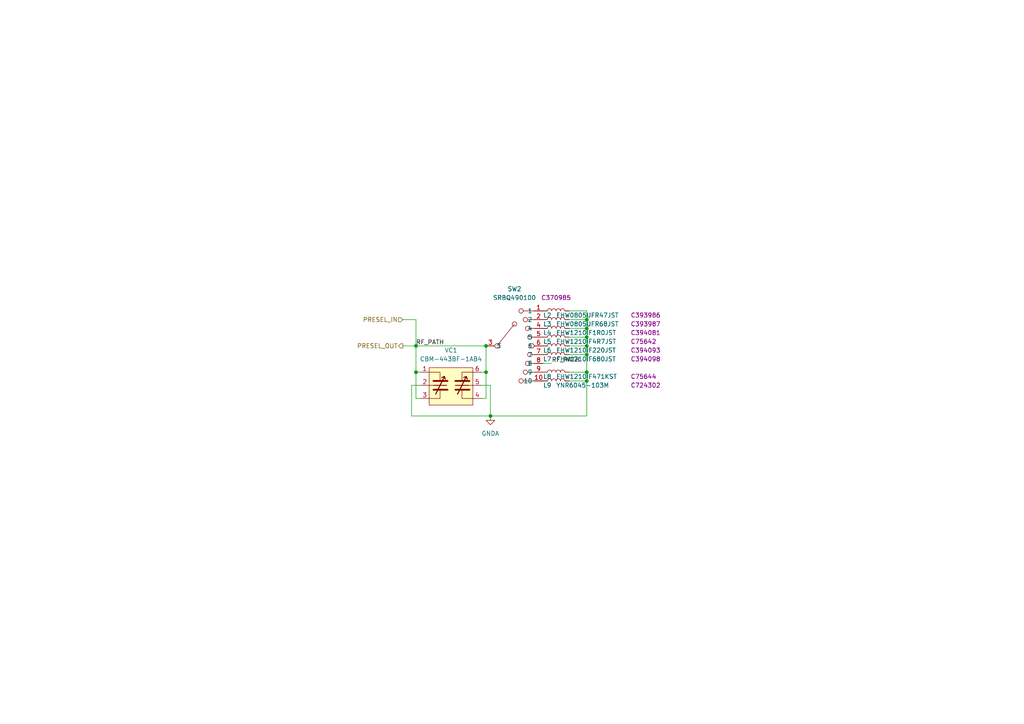
<source format=kicad_sch>
(kicad_sch (version 20211123) (generator eeschema)
  (paper "A4")
  (title_block (title "Pre-selector") (date "2022-11-13") (rev "A0") (company "imi415"))
  (lib_symbols
    (symbol "Device:L" (pin_numbers hide) (pin_names (offset 1.016) hide)
      (property "Reference" "L" (at -1.27 0 90))
      (property "Value" "L" (at 1.905 0 90))
      (symbol "L_0_1"
        (arc (start 0 -2.54) (mid 0.635 -1.905) (end 0 -1.27))
        (arc (start 0 -1.27) (mid 0.635 -0.635) (end 0 0))
        (arc (start 0 0) (mid 0.635 0.635) (end 0 1.27))
        (arc (start 0 1.27) (mid 0.635 1.905) (end 0 2.54))
      )
      (symbol "L_1_1"
        (pin passive line (at 0 3.81 270) (length 1.27) (name "1") (number "1"))
        (pin passive line (at 0 -3.81 90) (length 1.27) (name "2") (number "2"))
      )
    )
    (symbol "Device_Local:CBM-443BF-1AB4"
      (property "Reference" "VC" (at -5.08 -6.985 0))
      (property "Value" "CBM-443BF-1AB4" (at 0 8.255 0))
      (symbol "CBM-443BF-1AB4_0_0"
        (pin passive line (at -8.89 3.81 0) (length 2.54) (name "") (number "1"))
        (pin passive line (at -8.89 0 0) (length 2.54) (name "") (number "2"))
        (pin passive line (at -8.89 -3.81 0) (length 2.54) (name "") (number "3"))
        (pin passive line (at 8.89 -3.81 180) (length 2.54) (name "") (number "4"))
        (pin passive line (at 8.89 0 180) (length 2.54) (name "") (number "5"))
        (pin passive line (at 8.89 3.81 180) (length 2.54) (name "") (number "6"))
      )
      (symbol "CBM-443BF-1AB4_0_1"
        (rectangle (start -6.35 5.08) (end 6.35 -5.715) (stroke (width 0.1524)) (fill (type background)))
        (polyline (pts (xy -5.08 -1.27) (xy -1.016 -1.27)) (stroke (width 0.508)))
        (polyline (pts (xy -5.08 0) (xy -6.35 0)) (stroke (width 0.1524)))
        (polyline (pts (xy -5.08 0) (xy -1.27 0)) (stroke (width 0.254)))
        (polyline (pts (xy -5.08 1.27) (xy -1.016 1.27)) (stroke (width 0.508)))
        (polyline (pts (xy -1.905 2.54) (xy -4.445 -2.54)) (stroke (width 0.3048)))
        (polyline (pts (xy -1.905 2.54) (xy -2.667 2.286)) (stroke (width 0.3048)))
        (polyline (pts (xy -1.905 2.54) (xy -1.651 1.778)) (stroke (width 0.3048)))
        (polyline (pts (xy 1.27 -1.27) (xy 5.334 -1.27)) (stroke (width 0.508)))
        (polyline (pts (xy 1.27 0) (xy 5.08 0)) (stroke (width 0.254)))
        (polyline (pts (xy 1.27 1.27) (xy 5.334 1.27)) (stroke (width 0.508)))
        (polyline (pts (xy 4.445 2.54) (xy 1.905 -2.54)) (stroke (width 0.3048)))
        (polyline (pts (xy 4.445 2.54) (xy 3.683 2.286)) (stroke (width 0.3048)))
        (polyline (pts (xy 4.445 2.54) (xy 4.699 1.778)) (stroke (width 0.3048)))
        (polyline (pts (xy 6.35 0) (xy 5.08 0)) (stroke (width 0.1524)))
        (polyline (pts (xy -3.175 -1.27) (xy -3.175 -3.81) (xy -6.35 -3.81)) (stroke (width 0.1524)))
        (polyline (pts (xy -3.175 1.27) (xy -3.175 3.81) (xy -6.35 3.81)) (stroke (width 0.1524)))
        (polyline (pts (xy 3.175 -1.27) (xy 3.175 -3.81) (xy 6.35 -3.81)) (stroke (width 0.1524)))
        (polyline (pts (xy 3.175 1.27) (xy 3.175 3.81) (xy 6.35 3.81)) (stroke (width 0.1524)))
      )
    )
    (symbol "Switch_Local:SW_Rotary_SRBQ490100"
      (property "Reference" "SW" (at 0 0 0))
      (property "Value" "SW_Rotary_SRBQ490100" (at 0 13.97 0))
      (symbol "SW_Rotary_SRBQ490100_0_0"
        (circle (center -5.715 0) (radius 0.635))
        (circle (center -0.635 6.35) (radius 0.635))
        (polyline (pts (xy -5.715 0) (xy -0.635 6.35)))
        (polyline (pts (xy 1.905 -10.16) (xy 5.08 -10.16)))
        (polyline (pts (xy 1.905 10.16) (xy 5.08 10.16)))
        (polyline (pts (xy 3.175 -7.62) (xy 5.08 -7.62)))
        (polyline (pts (xy 3.175 7.62) (xy 5.08 7.62)))
        (polyline (pts (xy 3.81 -5.08) (xy 5.08 -5.08)))
        (polyline (pts (xy 3.81 5.08) (xy 5.08 5.08)))
        (polyline (pts (xy 4.445 -2.54) (xy 5.08 -2.54)))
        (polyline (pts (xy 4.445 2.54) (xy 5.08 2.54)))
        (circle (center 1.27 -10.16) (radius 0.635))
        (circle (center 1.27 10.16) (radius 0.635))
        (circle (center 2.54 -7.62) (radius 0.635))
        (circle (center 2.54 7.62) (radius 0.635))
        (circle (center 3.175 -5.08) (radius 0.635))
        (circle (center 3.175 5.08) (radius 0.635))
        (circle (center 3.81 -2.54) (radius 0.635))
        (circle (center 3.81 2.54) (radius 0.635))
        (circle (center 4.445 0) (radius 0.635))
        (pin passive line (at 7.62 10.16 180) (length 2.54) (name "1") (number "1"))
        (pin passive line (at 7.62 -10.16 180) (length 2.54) (name "10") (number "10"))
        (pin passive line (at 7.62 7.62 180) (length 2.54) (name "2") (number "2"))
        (pin passive line (at -8.89 0 0) (length 2.54) (name "3") (number "3"))
        (pin passive line (at 7.62 5.08 180) (length 2.54) (name "4") (number "4"))
        (pin passive line (at 7.62 2.54 180) (length 2.54) (name "5") (number "5"))
        (pin passive line (at 7.62 0 180) (length 2.54) (name "6") (number "6"))
        (pin passive line (at 7.62 -2.54 180) (length 2.54) (name "7") (number "7"))
        (pin passive line (at 7.62 -5.08 180) (length 2.54) (name "8") (number "8"))
        (pin passive line (at 7.62 -7.62 180) (length 2.54) (name "9") (number "9"))
      )
    )
    (symbol "power:GNDA" (power) (pin_names (offset 0))
      (property "Value" "GNDA" (at 0 -3.81 0))
      (symbol "GNDA_0_1"
        (polyline (pts (xy 0 0) (xy 0 -1.27) (xy 1.27 -1.27) (xy 0 -2.54) (xy -1.27 -1.27) (xy 0 -1.27)))
      )
      (symbol "GNDA_1_1"
        (pin power_in line (at 0 0 270) (length 0) hide (name "GNDA") (number "1"))
      )
    )
  )
  (junction (at 120.65 107.95))
  (junction (at 170.18 100.33))
  (junction (at 120.65 100.33))
  (junction (at 170.18 110.49))
  (junction (at 170.18 97.79))
  (junction (at 140.97 107.95))
  (junction (at 140.97 100.33))
  (junction (at 170.18 92.71))
  (junction (at 170.18 107.95))
  (junction (at 142.24 120.65))
  (junction (at 170.18 95.25))
  (junction (at 170.18 102.87))
  (wire (pts (xy 139.7 107.95) (xy 140.97 107.95)))
  (wire (pts (xy 139.7 111.76) (xy 142.24 111.76)))
  (wire (pts (xy 120.65 92.71) (xy 120.65 100.33)))
  (wire (pts (xy 140.97 100.33) (xy 140.97 107.95)))
  (wire (pts (xy 119.38 120.65) (xy 142.24 120.65)))
  (wire (pts (xy 170.18 92.71) (xy 170.18 95.25)))
  (wire (pts (xy 139.7 115.57) (xy 140.97 115.57)))
  (wire (pts (xy 120.65 107.95) (xy 120.65 115.57)))
  (wire (pts (xy 170.18 95.25) (xy 170.18 97.79)))
  (wire (pts (xy 165.1 90.17) (xy 170.18 90.17)))
  (wire (pts (xy 120.65 107.95) (xy 120.65 100.33)))
  (wire (pts (xy 170.18 97.79) (xy 170.18 100.33)))
  (wire (pts (xy 170.18 100.33) (xy 170.18 102.87)))
  (wire (pts (xy 140.97 107.95) (xy 140.97 115.57)))
  (wire (pts (xy 165.1 100.33) (xy 170.18 100.33)))
  (wire (pts (xy 121.92 115.57) (xy 120.65 115.57)))
  (wire (pts (xy 116.84 92.71) (xy 120.65 92.71)))
  (wire (pts (xy 120.65 100.33) (xy 140.97 100.33)))
  (wire (pts (xy 165.1 95.25) (xy 170.18 95.25)))
  (wire (pts (xy 165.1 107.95) (xy 170.18 107.95)))
  (wire (pts (xy 170.18 102.87) (xy 170.18 107.95)))
  (wire (pts (xy 165.1 110.49) (xy 170.18 110.49)))
  (wire (pts (xy 165.1 92.71) (xy 170.18 92.71)))
  (wire (pts (xy 121.92 111.76) (xy 119.38 111.76)))
  (wire (pts (xy 121.92 107.95) (xy 120.65 107.95)))
  (wire (pts (xy 157.48 105.41) (xy 160.02 105.41)))
  (wire (pts (xy 142.24 120.65) (xy 170.18 120.65)))
  (wire (pts (xy 142.24 111.76) (xy 142.24 120.65)))
  (wire (pts (xy 165.1 102.87) (xy 170.18 102.87)))
  (wire (pts (xy 170.18 110.49) (xy 170.18 120.65)))
  (wire (pts (xy 116.84 100.33) (xy 120.65 100.33)))
  (wire (pts (xy 119.38 111.76) (xy 119.38 120.65)))
  (wire (pts (xy 170.18 90.17) (xy 170.18 92.71)))
  (wire (pts (xy 170.18 107.95) (xy 170.18 110.49)))
  (wire (pts (xy 165.1 97.79) (xy 170.18 97.79)))
  (label "RF_PATH" (at 160.02 105.41 0))
  (label "RF_PATH" (at 120.65 100.33 0))
  (hierarchical_label "PRESEL_OUT" (shape output) (at 116.84 100.33 180))
  (hierarchical_label "PRESEL_IN" (shape input) (at 116.84 92.71 180))
  (symbol (lib_id "Device:L") (at 161.29 97.79 90) (unit 1)
    (property "Reference" "L5" (at 158.75 99.06 90))
    (property "Value" "FHW1210IF4R7JST" (at 161.29 99.06 90) (effects (justify right)))
    (property "Footprint" "Inductor_SMD:L_1210_3225Metric" (effects hide))
    (property "MPN" "C75642" (at 182.88 99.06 90) (effects (justify right)))
  )
  (symbol (lib_id "Device:L") (at 161.29 92.71 90) (unit 1)
    (property "Reference" "L3" (at 158.75 93.98 90))
    (property "Value" "FHW0805UFR68JST" (at 161.29 93.98 90) (effects (justify right)))
    (property "Footprint" "Inductor_SMD:L_0805_2012Metric" (effects hide))
    (property "MPN" "C393987" (at 182.88 93.98 90) (effects (justify right)))
  )
  (symbol (lib_id "Device:L") (at 161.29 110.49 90) (unit 1)
    (property "Reference" "L9" (at 158.75 111.76 90))
    (property "Value" "YNR6045-103M" (at 161.29 111.76 90) (effects (justify right)))
    (property "Footprint" "Inductor_SMD:L_6.3x6.3_H3" (effects hide))
    (property "MPN" "C724302" (at 182.88 111.76 90) (effects (justify right)))
  )
  (symbol (lib_id "Device:L") (at 161.29 90.17 90) (unit 1)
    (property "Reference" "L2" (at 158.75 91.44 90))
    (property "Value" "FHW0805UFR47JST" (at 161.29 91.44 90) (effects (justify right)))
    (property "Footprint" "Inductor_SMD:L_0805_2012Metric" (effects hide))
    (property "MPN" "C393986" (at 182.88 91.44 90) (effects (justify right)))
  )
  (symbol (lib_id "Switch_Local:SW_Rotary_SRBQ490100") (at 149.86 100.33 0) (unit 1)
    (property "Reference" "SW2" (at 149.225 83.82 0))
    (property "Value" "SRBQ490100" (at 149.225 86.36 0))
    (property "Footprint" "Button_Switch_Local:SRBQ490100" (effects hide))
    (property "MPN" "C370985" (at 161.29 86.36 0))
  )
  (symbol (lib_id "Device:L") (at 161.29 102.87 90) (unit 1)
    (property "Reference" "L7" (at 158.75 104.14 90))
    (property "Value" "FHW1210IF680JST" (at 161.29 104.14 90) (effects (justify right)))
    (property "Footprint" "Inductor_SMD:L_1210_3225Metric" (effects hide))
    (property "MPN" "C394098" (at 182.88 104.14 90) (effects (justify right)))
  )
  (symbol (lib_id "Device_Local:CBM-443BF-1AB4") (at 130.81 111.76 0) (unit 1)
    (property "Reference" "VC1" (at 130.81 101.6 0))
    (property "Value" "CBM-443BF-1AB4" (at 130.81 104.14 0))
    (property "Footprint" "Tuning_Capacitor_Local:CBM-443BF-1AB4" (effects hide))
  )
  (symbol (lib_id "power:GNDA") (at 142.24 120.65 0) (unit 1)
    (property "Reference" "#PWR0132" (effects hide))
    (property "Value" "GNDA" (at 142.24 125.73 0))
  )
  (symbol (lib_id "Device:L") (at 161.29 100.33 90) (unit 1)
    (property "Reference" "L6" (at 158.75 101.6 90))
    (property "Value" "FHW1210IF220JST" (at 161.29 101.6 90) (effects (justify right)))
    (property "Footprint" "Inductor_SMD:L_1210_3225Metric" (effects hide))
    (property "MPN" "C394093" (at 182.88 101.6 90) (effects (justify right)))
  )
  (symbol (lib_id "Device:L") (at 161.29 95.25 90) (unit 1)
    (property "Reference" "L4" (at 158.75 96.52 90))
    (property "Value" "FHW1210IF1R0JST" (at 161.29 96.52 90) (effects (justify right)))
    (property "Footprint" "Inductor_SMD:L_1210_3225Metric" (effects hide))
    (property "MPN" "C394081" (at 182.88 96.52 90) (effects (justify right)))
  )
  (symbol (lib_id "Device:L") (at 161.29 107.95 90) (unit 1)
    (property "Reference" "L8" (at 158.75 109.22 90))
    (property "Value" "FHW1210IF471KST" (at 161.29 109.22 90) (effects (justify right)))
    (property "Footprint" "Inductor_SMD:L_1210_3225Metric" (effects hide))
    (property "MPN" "C75644" (at 182.88 109.22 90) (effects (justify right)))
  )
)
</source>
